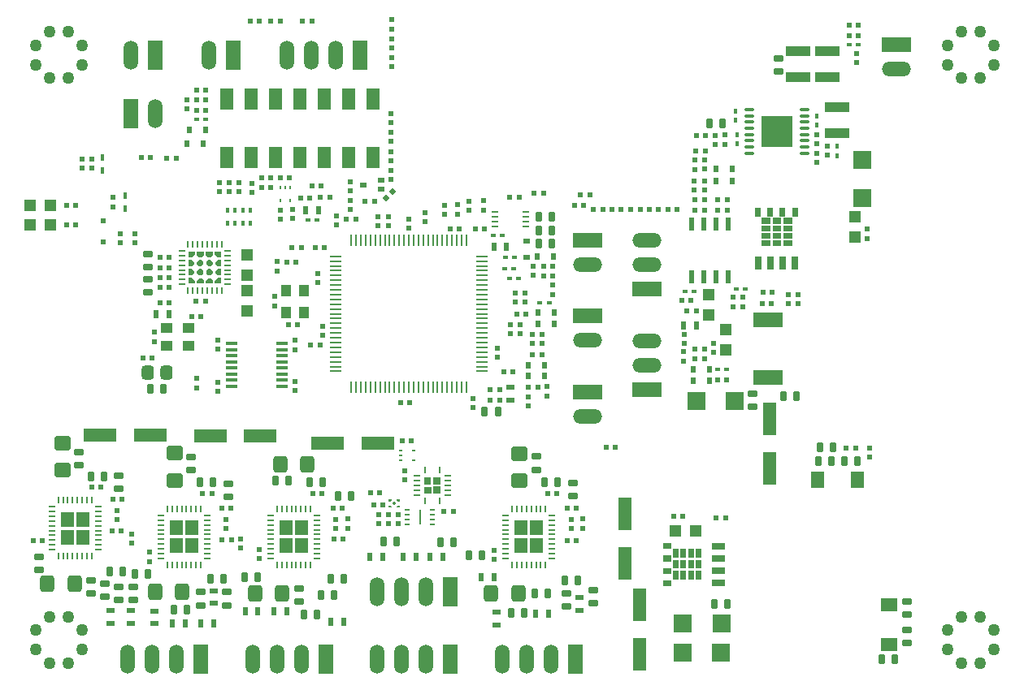
<source format=gtp>
G04*
G04 #@! TF.GenerationSoftware,Altium Limited,Altium Designer,21.0.8 (223)*
G04*
G04 Layer_Color=8421504*
%FSLAX25Y25*%
%MOIN*%
G70*
G04*
G04 #@! TF.SameCoordinates,9996C82E-4A36-4C5B-9496-8E533FBA6DEC*
G04*
G04*
G04 #@! TF.FilePolarity,Positive*
G04*
G01*
G75*
%ADD44O,0.11900X0.05900*%
%ADD45R,0.11900X0.05900*%
%ADD46R,0.05900X0.11900*%
%ADD47O,0.05900X0.11900*%
%ADD48R,0.05276X0.06181*%
%ADD49O,0.04524X0.01375*%
%ADD50R,0.12792X0.12792*%
%ADD51R,0.10036X0.04131*%
%ADD52R,0.01769X0.01965*%
G04:AMPARAMS|DCode=53|XSize=20mil|YSize=22mil|CornerRadius=3.4mil|HoleSize=0mil|Usage=FLASHONLY|Rotation=90.000|XOffset=0mil|YOffset=0mil|HoleType=Round|Shape=RoundedRectangle|*
%AMROUNDEDRECTD53*
21,1,0.02000,0.01520,0,0,90.0*
21,1,0.01320,0.02200,0,0,90.0*
1,1,0.00680,0.00760,0.00660*
1,1,0.00680,0.00760,-0.00660*
1,1,0.00680,-0.00760,-0.00660*
1,1,0.00680,-0.00760,0.00660*
%
%ADD53ROUNDEDRECTD53*%
G04:AMPARAMS|DCode=54|XSize=20mil|YSize=22mil|CornerRadius=3.4mil|HoleSize=0mil|Usage=FLASHONLY|Rotation=0.000|XOffset=0mil|YOffset=0mil|HoleType=Round|Shape=RoundedRectangle|*
%AMROUNDEDRECTD54*
21,1,0.02000,0.01520,0,0,0.0*
21,1,0.01320,0.02200,0,0,0.0*
1,1,0.00680,0.00660,-0.00760*
1,1,0.00680,-0.00660,-0.00760*
1,1,0.00680,-0.00660,0.00760*
1,1,0.00680,0.00660,0.00760*
%
%ADD54ROUNDEDRECTD54*%
G04:AMPARAMS|DCode=55|XSize=27.13mil|YSize=37.37mil|CornerRadius=4.83mil|HoleSize=0mil|Usage=FLASHONLY|Rotation=90.000|XOffset=0mil|YOffset=0mil|HoleType=Round|Shape=RoundedRectangle|*
%AMROUNDEDRECTD55*
21,1,0.02713,0.02772,0,0,90.0*
21,1,0.01748,0.03737,0,0,90.0*
1,1,0.00965,0.01386,0.00874*
1,1,0.00965,0.01386,-0.00874*
1,1,0.00965,-0.01386,-0.00874*
1,1,0.00965,-0.01386,0.00874*
%
%ADD55ROUNDEDRECTD55*%
G04:AMPARAMS|DCode=56|XSize=27.13mil|YSize=37.37mil|CornerRadius=4.83mil|HoleSize=0mil|Usage=FLASHONLY|Rotation=0.000|XOffset=0mil|YOffset=0mil|HoleType=Round|Shape=RoundedRectangle|*
%AMROUNDEDRECTD56*
21,1,0.02713,0.02772,0,0,0.0*
21,1,0.01748,0.03737,0,0,0.0*
1,1,0.00965,0.00874,-0.01386*
1,1,0.00965,-0.00874,-0.01386*
1,1,0.00965,-0.00874,0.01386*
1,1,0.00965,0.00874,0.01386*
%
%ADD56ROUNDEDRECTD56*%
%ADD57R,0.01965X0.01769*%
%ADD58R,0.02438X0.03265*%
%ADD59R,0.02600X0.05400*%
%ADD60R,0.05400X0.02600*%
G04:AMPARAMS|DCode=61|XSize=20mil|YSize=22mil|CornerRadius=3.4mil|HoleSize=0mil|Usage=FLASHONLY|Rotation=225.000|XOffset=0mil|YOffset=0mil|HoleType=Round|Shape=RoundedRectangle|*
%AMROUNDEDRECTD61*
21,1,0.02000,0.01520,0,0,225.0*
21,1,0.01320,0.02200,0,0,225.0*
1,1,0.00680,-0.01004,0.00071*
1,1,0.00680,-0.00071,0.01004*
1,1,0.00680,0.01004,-0.00071*
1,1,0.00680,0.00071,-0.01004*
%
%ADD61ROUNDEDRECTD61*%
%ADD62R,0.05706X0.08973*%
%ADD63R,0.02950X0.00965*%
%ADD64R,0.05233X0.06887*%
%ADD65R,0.01800X0.02600*%
%ADD66R,0.04800X0.01300*%
%ADD67R,0.07700X0.07700*%
%ADD68R,0.12400X0.06100*%
G04:AMPARAMS|DCode=69|XSize=50mil|YSize=58mil|CornerRadius=12mil|HoleSize=0mil|Usage=FLASHONLY|Rotation=180.000|XOffset=0mil|YOffset=0mil|HoleType=Round|Shape=RoundedRectangle|*
%AMROUNDEDRECTD69*
21,1,0.05000,0.03400,0,0,180.0*
21,1,0.02600,0.05800,0,0,180.0*
1,1,0.02400,-0.01300,0.01700*
1,1,0.02400,0.01300,0.01700*
1,1,0.02400,0.01300,-0.01700*
1,1,0.02400,-0.01300,-0.01700*
%
%ADD69ROUNDEDRECTD69*%
%ADD70R,0.05000X0.04000*%
%ADD71R,0.01800X0.02400*%
%ADD72O,0.00784X0.04918*%
%ADD73O,0.04918X0.00784*%
%ADD74R,0.02200X0.02200*%
%ADD75C,0.05000*%
G04:AMPARAMS|DCode=76|XSize=61mil|YSize=69mil|CornerRadius=14.75mil|HoleSize=0mil|Usage=FLASHONLY|Rotation=90.000|XOffset=0mil|YOffset=0mil|HoleType=Round|Shape=RoundedRectangle|*
%AMROUNDEDRECTD76*
21,1,0.06100,0.03950,0,0,90.0*
21,1,0.03150,0.06900,0,0,90.0*
1,1,0.02950,0.01975,0.01575*
1,1,0.02950,0.01975,-0.01575*
1,1,0.02950,-0.01975,-0.01575*
1,1,0.02950,-0.01975,0.01575*
%
%ADD76ROUNDEDRECTD76*%
%ADD77R,0.13186X0.05312*%
%ADD78R,0.02200X0.05800*%
%ADD79R,0.04600X0.04600*%
%ADD80O,0.00784X0.03147*%
%ADD81O,0.03147X0.00784*%
G04:AMPARAMS|DCode=82|XSize=9.02mil|YSize=29.5mil|CornerRadius=3.41mil|HoleSize=0mil|Usage=FLASHONLY|Rotation=180.000|XOffset=0mil|YOffset=0mil|HoleType=Round|Shape=RoundedRectangle|*
%AMROUNDEDRECTD82*
21,1,0.00902,0.02268,0,0,180.0*
21,1,0.00221,0.02950,0,0,180.0*
1,1,0.00682,-0.00110,0.01134*
1,1,0.00682,0.00110,0.01134*
1,1,0.00682,0.00110,-0.01134*
1,1,0.00682,-0.00110,-0.01134*
%
%ADD82ROUNDEDRECTD82*%
G04:AMPARAMS|DCode=83|XSize=9.02mil|YSize=29.5mil|CornerRadius=3.41mil|HoleSize=0mil|Usage=FLASHONLY|Rotation=270.000|XOffset=0mil|YOffset=0mil|HoleType=Round|Shape=RoundedRectangle|*
%AMROUNDEDRECTD83*
21,1,0.00902,0.02268,0,0,270.0*
21,1,0.00221,0.02950,0,0,270.0*
1,1,0.00682,-0.01134,-0.00110*
1,1,0.00682,-0.01134,0.00110*
1,1,0.00682,0.01134,0.00110*
1,1,0.00682,0.01134,-0.00110*
%
%ADD83ROUNDEDRECTD83*%
%ADD84R,0.02162X0.02950*%
%ADD85R,0.02950X0.01965*%
%ADD86R,0.01965X0.00784*%
%ADD87R,0.00587X0.06099*%
%ADD88R,0.01572X0.00981*%
%ADD89O,0.00902X0.02950*%
%ADD90O,0.02950X0.00902*%
%ADD91P,0.01849X4X180.0*%
%ADD92R,0.00981X0.01572*%
%ADD93R,0.03265X0.02438*%
%ADD94R,0.05312X0.13186*%
G04:AMPARAMS|DCode=95|XSize=61mil|YSize=69mil|CornerRadius=14.75mil|HoleSize=0mil|Usage=FLASHONLY|Rotation=180.000|XOffset=0mil|YOffset=0mil|HoleType=Round|Shape=RoundedRectangle|*
%AMROUNDEDRECTD95*
21,1,0.06100,0.03950,0,0,180.0*
21,1,0.03150,0.06900,0,0,180.0*
1,1,0.02950,-0.01575,0.01975*
1,1,0.02950,0.01575,0.01975*
1,1,0.02950,0.01575,-0.01975*
1,1,0.02950,-0.01575,-0.01975*
%
%ADD95ROUNDEDRECTD95*%
%ADD96R,0.04600X0.04600*%
%ADD97R,0.02950X0.02162*%
%ADD98R,0.07700X0.07700*%
%ADD99R,0.04000X0.05000*%
%ADD100R,0.06887X0.05233*%
G36*
X82906Y177884D02*
X81915Y176909D01*
X81098D01*
X80150Y177842D01*
Y179172D01*
X82906D01*
Y177884D01*
D02*
G37*
G36*
X79165D02*
X78175Y176909D01*
X77358D01*
X76410Y177842D01*
Y179172D01*
X79165D01*
Y177884D01*
D02*
G37*
G36*
X86252Y176712D02*
X85071D01*
X83791Y177991D01*
Y179172D01*
X86252D01*
Y176712D01*
D02*
G37*
G36*
X75524Y177991D02*
X74244Y176712D01*
X73063D01*
Y179172D01*
X75524D01*
Y177991D01*
D02*
G37*
G36*
X79067Y174940D02*
Y173956D01*
X78280Y173169D01*
X77295D01*
X76410Y174054D01*
Y174842D01*
X77394Y175826D01*
X78181D01*
X79067Y174940D01*
D02*
G37*
G36*
X86252Y173070D02*
X84963D01*
X83988Y174061D01*
Y174878D01*
X84921Y175826D01*
X86252D01*
Y173070D01*
D02*
G37*
G36*
X82906Y174842D02*
Y174054D01*
X81921Y173070D01*
X81134D01*
X80248Y173956D01*
Y174940D01*
X81035Y175728D01*
X82020D01*
X82906Y174842D01*
D02*
G37*
G36*
X75327Y174842D02*
Y173956D01*
X74441Y173070D01*
X73063D01*
Y175826D01*
X74343D01*
X75327Y174842D01*
D02*
G37*
G36*
X79067Y171200D02*
Y170216D01*
X78280Y169428D01*
X77295D01*
X76410Y170314D01*
Y171102D01*
X77394Y172086D01*
X78181D01*
X79067Y171200D01*
D02*
G37*
G36*
X86252Y169330D02*
X84972D01*
X83988Y170314D01*
Y171200D01*
X84874Y172086D01*
X86252D01*
Y169330D01*
D02*
G37*
G36*
X82906Y171102D02*
Y170314D01*
X81921Y169330D01*
X81134D01*
X80248Y170216D01*
Y171200D01*
X81035Y171987D01*
X82020D01*
X82906Y171102D01*
D02*
G37*
G36*
X75327Y171095D02*
Y170278D01*
X74394Y169330D01*
X73063D01*
Y172086D01*
X74352D01*
X75327Y171095D01*
D02*
G37*
G36*
X86252Y165983D02*
X83791D01*
Y167165D01*
X85071Y168444D01*
X86252D01*
Y165983D01*
D02*
G37*
G36*
X82906Y167314D02*
Y165983D01*
X80150D01*
Y167272D01*
X81140Y168247D01*
X81958D01*
X82906Y167314D01*
D02*
G37*
G36*
X79165D02*
Y165983D01*
X76410D01*
Y167272D01*
X77400Y168247D01*
X78217D01*
X79165Y167314D01*
D02*
G37*
G36*
X75524Y167165D02*
Y165983D01*
X73063D01*
Y168444D01*
X74244D01*
X75524Y167165D01*
D02*
G37*
G36*
X176240Y83543D02*
X173366D01*
Y86378D01*
X176240D01*
Y83543D01*
D02*
G37*
G36*
X172461Y83504D02*
X169626D01*
Y86378D01*
X172461D01*
Y83504D01*
D02*
G37*
G36*
X176240Y79764D02*
X173406D01*
Y82638D01*
X176240D01*
Y79764D01*
D02*
G37*
G36*
X172500D02*
X169626D01*
Y82598D01*
X172500D01*
Y79764D01*
D02*
G37*
G36*
X159624Y76576D02*
X158701Y76576D01*
X158210Y77067D01*
X158210Y77400D01*
X159624D01*
Y76576D01*
D02*
G37*
G36*
X156357Y77067D02*
X155866Y76576D01*
X154943Y76576D01*
Y77400D01*
X156357D01*
X156357Y77067D01*
D02*
G37*
G36*
X159624Y73978D02*
X158210D01*
X158210Y74311D01*
X158701Y74801D01*
X159624Y74802D01*
Y73978D01*
D02*
G37*
G36*
X155866Y74801D02*
X156357Y74311D01*
X156357Y73978D01*
X154943D01*
Y74802D01*
X155866Y74801D01*
D02*
G37*
G36*
X271058Y57045D02*
X267514D01*
Y59407D01*
X271058D01*
Y57045D01*
D02*
G37*
G36*
Y51927D02*
X267514D01*
Y54289D01*
X271058D01*
Y51927D01*
D02*
G37*
G36*
Y46907D02*
X267514D01*
Y49269D01*
X271058D01*
Y46907D01*
D02*
G37*
G36*
Y41789D02*
X267514D01*
Y44151D01*
X271058D01*
Y41789D01*
D02*
G37*
G36*
X322932Y193536D02*
X320570D01*
Y197080D01*
X322932D01*
Y193536D01*
D02*
G37*
G36*
X317814D02*
X315452D01*
Y197080D01*
X317814D01*
Y193536D01*
D02*
G37*
G36*
X312794D02*
X310432D01*
Y197080D01*
X312794D01*
Y193536D01*
D02*
G37*
G36*
X307676D02*
X305314D01*
Y197080D01*
X307676D01*
Y193536D01*
D02*
G37*
G36*
X320570Y190584D02*
X317027D01*
Y192946D01*
X320570D01*
Y190584D01*
D02*
G37*
G36*
X316042D02*
X312499D01*
Y192946D01*
X316042D01*
Y190584D01*
D02*
G37*
G36*
X311515D02*
X307972D01*
Y192946D01*
X311515D01*
Y190584D01*
D02*
G37*
G36*
X320570Y187532D02*
X317027D01*
Y189894D01*
X320570D01*
Y187532D01*
D02*
G37*
G36*
X316042D02*
X312499D01*
Y189894D01*
X316042D01*
Y187532D01*
D02*
G37*
G36*
X311515D02*
X307972D01*
Y189894D01*
X311515D01*
Y187532D01*
D02*
G37*
G36*
X320570Y184383D02*
X317027D01*
Y186745D01*
X320570D01*
Y184383D01*
D02*
G37*
G36*
X316042D02*
X312499D01*
Y186745D01*
X316042D01*
Y184383D01*
D02*
G37*
G36*
X311515D02*
X307972D01*
Y186745D01*
X311515D01*
Y184383D01*
D02*
G37*
G36*
X320570Y181332D02*
X317027D01*
Y183694D01*
X320570D01*
Y181332D01*
D02*
G37*
G36*
X316042D02*
X312499D01*
Y183694D01*
X316042D01*
Y181332D01*
D02*
G37*
G36*
X311515D02*
X307972D01*
Y183694D01*
X311515D01*
Y181332D01*
D02*
G37*
G36*
X283262Y53501D02*
X280900D01*
Y57045D01*
X283262D01*
Y53501D01*
D02*
G37*
G36*
X280211D02*
X277849D01*
Y57045D01*
X280211D01*
Y53501D01*
D02*
G37*
G36*
X277061D02*
X274699D01*
Y57045D01*
X277061D01*
Y53501D01*
D02*
G37*
G36*
X274010D02*
X271648D01*
Y57045D01*
X274010D01*
Y53501D01*
D02*
G37*
G36*
X283262Y48974D02*
X280900D01*
Y52517D01*
X283262D01*
Y48974D01*
D02*
G37*
G36*
X280211D02*
X277849D01*
Y52517D01*
X280211D01*
Y48974D01*
D02*
G37*
G36*
X277061D02*
X274699D01*
Y52517D01*
X277061D01*
Y48974D01*
D02*
G37*
G36*
X274010D02*
X271648D01*
Y52517D01*
X274010D01*
Y48974D01*
D02*
G37*
G36*
X283262Y44446D02*
X280900D01*
Y47990D01*
X283262D01*
Y44446D01*
D02*
G37*
G36*
X280211D02*
X277849D01*
Y47990D01*
X280211D01*
Y44446D01*
D02*
G37*
G36*
X277061D02*
X274699D01*
Y47990D01*
X277061D01*
Y44446D01*
D02*
G37*
G36*
X274010D02*
X271648D01*
Y47990D01*
X274010D01*
Y44446D01*
D02*
G37*
G54D44*
X260958Y142278D02*
D03*
Y132278D02*
D03*
X236697Y173743D02*
D03*
Y142641D02*
D03*
Y111539D02*
D03*
X363158Y254178D02*
D03*
X261057Y173678D02*
D03*
Y183678D02*
D03*
G54D45*
X260958Y122278D02*
D03*
X236697Y183743D02*
D03*
Y152641D02*
D03*
Y121539D02*
D03*
X363158Y264178D02*
D03*
X261057Y163678D02*
D03*
G54D46*
X91483Y259803D02*
D03*
X143278Y259846D02*
D03*
X78083Y11803D02*
D03*
X129264D02*
D03*
X180445Y39362D02*
D03*
Y11803D02*
D03*
X231665Y11842D02*
D03*
X49383Y235703D02*
D03*
X59383Y259803D02*
D03*
G54D47*
X81483D02*
D03*
X113278Y259846D02*
D03*
X123278D02*
D03*
X133278D02*
D03*
X68083Y11803D02*
D03*
X58083D02*
D03*
X48083D02*
D03*
X119264D02*
D03*
X109264D02*
D03*
X99264D02*
D03*
X170445Y39362D02*
D03*
X160445D02*
D03*
X150445D02*
D03*
X170445Y11803D02*
D03*
X160445D02*
D03*
X150445D02*
D03*
X221665Y11842D02*
D03*
X211665D02*
D03*
X201665D02*
D03*
X59383Y235703D02*
D03*
X49383Y259803D02*
D03*
G54D48*
X209325Y58300D02*
D03*
X215787Y65668D02*
D03*
X209329Y65665D02*
D03*
X215786Y58299D02*
D03*
X29648Y61899D02*
D03*
X23191Y69265D02*
D03*
X29649Y69268D02*
D03*
X23187Y61900D02*
D03*
X74386Y58299D02*
D03*
X67929Y65665D02*
D03*
X74387Y65668D02*
D03*
X67925Y58300D02*
D03*
X119386Y58299D02*
D03*
X112929Y65665D02*
D03*
X119387Y65668D02*
D03*
X112925Y58300D02*
D03*
G54D49*
X303112Y237435D02*
D03*
Y234876D02*
D03*
Y232316D02*
D03*
Y229757D02*
D03*
Y227198D02*
D03*
Y224639D02*
D03*
Y222080D02*
D03*
Y219521D02*
D03*
X325553Y237435D02*
D03*
Y234876D02*
D03*
Y232316D02*
D03*
Y229757D02*
D03*
Y227198D02*
D03*
Y224639D02*
D03*
Y222080D02*
D03*
Y219521D02*
D03*
G54D50*
X314332Y228478D02*
D03*
G54D51*
X339100Y227685D02*
D03*
Y238315D02*
D03*
X334900Y261415D02*
D03*
Y250785D02*
D03*
X323100Y261415D02*
D03*
Y250785D02*
D03*
G54D52*
X298100Y223430D02*
D03*
Y227200D02*
D03*
X330500Y234770D02*
D03*
Y231000D02*
D03*
X297358Y232973D02*
D03*
Y236742D02*
D03*
X339100Y222373D02*
D03*
Y218603D02*
D03*
G54D53*
X293100Y227000D02*
D03*
Y223210D02*
D03*
X330600Y227090D02*
D03*
Y223300D02*
D03*
X334900Y222400D02*
D03*
Y218610D02*
D03*
X330700Y219400D02*
D03*
Y215610D02*
D03*
X289035Y223003D02*
D03*
Y226793D02*
D03*
X194118Y199964D02*
D03*
Y196175D02*
D03*
X93683Y207573D02*
D03*
Y203833D02*
D03*
X89583Y207573D02*
D03*
Y203833D02*
D03*
X159153Y67421D02*
D03*
Y71161D02*
D03*
X155118Y67421D02*
D03*
Y71161D02*
D03*
X151083Y67421D02*
D03*
Y71161D02*
D03*
X115650Y192776D02*
D03*
Y196516D02*
D03*
X276181Y141280D02*
D03*
Y145020D02*
D03*
X43758Y72848D02*
D03*
Y69108D02*
D03*
X84925Y142818D02*
D03*
Y139078D02*
D03*
X116717Y142660D02*
D03*
Y138920D02*
D03*
X116815Y122143D02*
D03*
Y125883D02*
D03*
X85024Y121854D02*
D03*
Y125594D02*
D03*
X101957Y53008D02*
D03*
Y56748D02*
D03*
X45110Y182708D02*
D03*
Y186448D02*
D03*
X108458Y160648D02*
D03*
Y156908D02*
D03*
X56858Y51908D02*
D03*
Y55648D02*
D03*
X169961Y191319D02*
D03*
Y195059D02*
D03*
X88358Y69148D02*
D03*
Y65408D02*
D03*
X133358Y69248D02*
D03*
Y65508D02*
D03*
X156265Y262846D02*
D03*
Y266586D02*
D03*
X284510Y216683D02*
D03*
Y212943D02*
D03*
X198357Y52808D02*
D03*
Y56548D02*
D03*
X229857Y69248D02*
D03*
Y65508D02*
D03*
X189606Y118780D02*
D03*
Y115040D02*
D03*
X58957Y142208D02*
D03*
Y145948D02*
D03*
X109291Y171201D02*
D03*
Y174941D02*
D03*
X126060Y170139D02*
D03*
Y166399D02*
D03*
X199657Y135735D02*
D03*
Y139475D02*
D03*
X29357Y217248D02*
D03*
Y213508D02*
D03*
X352383Y98403D02*
D03*
Y94613D02*
D03*
X99083Y207103D02*
D03*
Y203313D02*
D03*
X85583Y207603D02*
D03*
Y203813D02*
D03*
X51110Y182679D02*
D03*
Y186469D02*
D03*
X72183Y237703D02*
D03*
Y241493D02*
D03*
X347087Y260561D02*
D03*
Y256772D02*
D03*
X163268Y192569D02*
D03*
Y188779D02*
D03*
X76183Y123203D02*
D03*
Y126993D02*
D03*
X351383Y188303D02*
D03*
Y184513D02*
D03*
X41955Y201389D02*
D03*
Y197599D02*
D03*
X33457Y213478D02*
D03*
Y217268D02*
D03*
X280510Y212913D02*
D03*
Y216702D02*
D03*
X150787Y189635D02*
D03*
Y193425D02*
D03*
X280461Y204462D02*
D03*
Y208252D02*
D03*
X284561D02*
D03*
Y204462D02*
D03*
X110728Y196191D02*
D03*
Y192402D02*
D03*
X234658Y69278D02*
D03*
Y65488D02*
D03*
X49558Y63178D02*
D03*
Y59388D02*
D03*
X138157Y69278D02*
D03*
Y65488D02*
D03*
X94458Y61178D02*
D03*
Y57388D02*
D03*
X177957Y198178D02*
D03*
Y194388D02*
D03*
X183403Y198278D02*
D03*
Y194488D02*
D03*
X188119Y199932D02*
D03*
Y196142D02*
D03*
X154823Y189635D02*
D03*
Y193425D02*
D03*
X318983Y157803D02*
D03*
Y161593D02*
D03*
X323083Y157803D02*
D03*
Y161593D02*
D03*
X288357Y137678D02*
D03*
Y141468D02*
D03*
X156024Y216328D02*
D03*
Y220118D02*
D03*
Y235916D02*
D03*
Y232126D02*
D03*
X156102Y228239D02*
D03*
Y224449D02*
D03*
X139409Y200128D02*
D03*
Y196339D02*
D03*
Y207805D02*
D03*
Y204016D02*
D03*
X133543Y193790D02*
D03*
Y190000D02*
D03*
X156260Y258869D02*
D03*
Y255079D02*
D03*
X156181Y270580D02*
D03*
Y274370D02*
D03*
X218057Y145178D02*
D03*
Y141388D02*
D03*
X213958Y145178D02*
D03*
Y141388D02*
D03*
X212357Y115778D02*
D03*
Y119568D02*
D03*
X214357Y169378D02*
D03*
Y173168D02*
D03*
X275925Y134163D02*
D03*
Y137953D02*
D03*
X222220Y161525D02*
D03*
Y165315D02*
D03*
X219921Y123632D02*
D03*
Y119843D02*
D03*
X127855Y144714D02*
D03*
Y148504D02*
D03*
X156004Y208631D02*
D03*
Y212421D02*
D03*
X161713Y85403D02*
D03*
Y89193D02*
D03*
G54D54*
X284850Y220503D02*
D03*
X281060D02*
D03*
X285000Y226900D02*
D03*
X281210D02*
D03*
X208508Y201279D02*
D03*
X204718D02*
D03*
X214724Y203189D02*
D03*
X218514D02*
D03*
X103013Y209303D02*
D03*
X106753D02*
D03*
X177756Y72342D02*
D03*
X181496D02*
D03*
X160630Y101378D02*
D03*
X164370D02*
D03*
X149016Y75197D02*
D03*
X152756D02*
D03*
X98364Y273828D02*
D03*
X102104D02*
D03*
X53588Y217928D02*
D03*
X57328D02*
D03*
X45428Y64578D02*
D03*
X41688D02*
D03*
X9206Y60302D02*
D03*
X12946D02*
D03*
X36928Y82278D02*
D03*
X33187D02*
D03*
X41987Y77378D02*
D03*
X45728D02*
D03*
X312106Y157677D02*
D03*
X308366D02*
D03*
X232028Y60578D02*
D03*
X228288D02*
D03*
X65027Y158078D02*
D03*
X61287D02*
D03*
X223927Y79778D02*
D03*
X220187D02*
D03*
X136427Y60978D02*
D03*
X132687D02*
D03*
X90527Y60778D02*
D03*
X86787D02*
D03*
X117620Y149098D02*
D03*
X113880D02*
D03*
X127628Y79678D02*
D03*
X123888D02*
D03*
X82528D02*
D03*
X78787D02*
D03*
X258169Y196378D02*
D03*
X254429D02*
D03*
X228187Y73878D02*
D03*
X231927D02*
D03*
X132387D02*
D03*
X136127D02*
D03*
X86725Y73778D02*
D03*
X90465D02*
D03*
X244187Y98778D02*
D03*
X247927D02*
D03*
X65027Y176878D02*
D03*
X61287D02*
D03*
X65027Y164478D02*
D03*
X61287D02*
D03*
X79893Y158757D02*
D03*
X76153D02*
D03*
X74287Y152278D02*
D03*
X78027D02*
D03*
X54287Y135578D02*
D03*
X58027D02*
D03*
X160039Y117126D02*
D03*
X163779D02*
D03*
X207087Y162078D02*
D03*
X210827D02*
D03*
X117058Y174865D02*
D03*
X113268D02*
D03*
X151408Y80118D02*
D03*
X147618D02*
D03*
X106783Y205403D02*
D03*
X102993D02*
D03*
X26683Y198078D02*
D03*
X22893D02*
D03*
X67883Y217503D02*
D03*
X64093D02*
D03*
X347758Y267923D02*
D03*
X343968D02*
D03*
X76283Y245503D02*
D03*
X80072D02*
D03*
X76283Y241403D02*
D03*
X80072D02*
D03*
X80083Y237203D02*
D03*
X76293D02*
D03*
X293158Y69678D02*
D03*
X289368D02*
D03*
X271858Y70278D02*
D03*
X275647D02*
D03*
X26658Y189978D02*
D03*
X22868D02*
D03*
X65057Y172578D02*
D03*
X61268D02*
D03*
X65057Y168478D02*
D03*
X61268D02*
D03*
X180285Y188484D02*
D03*
X184075D02*
D03*
X114483Y209303D02*
D03*
X110693D02*
D03*
X127294Y206004D02*
D03*
X123504D02*
D03*
X118957Y201178D02*
D03*
X122747D02*
D03*
X130837Y201339D02*
D03*
X127047D02*
D03*
X343927Y272047D02*
D03*
X347717D02*
D03*
X300257Y156478D02*
D03*
X296468D02*
D03*
X312457Y162278D02*
D03*
X308668D02*
D03*
X300257Y160378D02*
D03*
X296468D02*
D03*
X284583Y196003D02*
D03*
X280793D02*
D03*
X293883D02*
D03*
X290093D02*
D03*
X280783Y200303D02*
D03*
X284573D02*
D03*
X290083D02*
D03*
X293872D02*
D03*
X281183Y154903D02*
D03*
X277393D02*
D03*
X289957Y126378D02*
D03*
X293747D02*
D03*
X280757Y135178D02*
D03*
X284547D02*
D03*
X284558Y139178D02*
D03*
X280768D02*
D03*
X110522Y273819D02*
D03*
X106732D02*
D03*
X123593D02*
D03*
X119803D02*
D03*
X128647Y180878D02*
D03*
X124857D02*
D03*
X119247D02*
D03*
X115457D02*
D03*
X137765Y192520D02*
D03*
X141555D02*
D03*
X235128Y198110D02*
D03*
X231339D02*
D03*
X217858Y136878D02*
D03*
X214068D02*
D03*
X218558Y172945D02*
D03*
X222347D02*
D03*
X200531Y118199D02*
D03*
X196741D02*
D03*
X208857Y145328D02*
D03*
X205068D02*
D03*
X190574Y188508D02*
D03*
X194364D02*
D03*
X206058Y129728D02*
D03*
X202268D02*
D03*
X208857Y149228D02*
D03*
X205068D02*
D03*
X216158Y123578D02*
D03*
X212368D02*
D03*
X207057Y158278D02*
D03*
X210847D02*
D03*
X218558Y169060D02*
D03*
X222347D02*
D03*
X196757Y122378D02*
D03*
X200547D02*
D03*
X211357Y153278D02*
D03*
X207568D02*
D03*
X275265Y159038D02*
D03*
X279055D02*
D03*
X269557Y196378D02*
D03*
X273346D02*
D03*
X262010D02*
D03*
X265800D02*
D03*
X246683D02*
D03*
X250472D02*
D03*
X237609Y202284D02*
D03*
X233819D02*
D03*
X242834Y196299D02*
D03*
X239044D02*
D03*
X126821Y140630D02*
D03*
X123031D02*
D03*
X149242Y199902D02*
D03*
X145453D02*
D03*
X342783Y98503D02*
D03*
X346572D02*
D03*
G54D55*
X314900Y258377D02*
D03*
Y253023D02*
D03*
X56157Y167755D02*
D03*
Y162401D02*
D03*
X44357Y87255D02*
D03*
Y81901D02*
D03*
X215558Y94955D02*
D03*
Y89601D02*
D03*
X227857Y38678D02*
D03*
Y33324D02*
D03*
X239057Y40055D02*
D03*
Y34701D02*
D03*
X230658Y84255D02*
D03*
Y78901D02*
D03*
X118283Y35526D02*
D03*
Y40880D02*
D03*
X77983Y33926D02*
D03*
Y39280D02*
D03*
X73958Y94855D02*
D03*
Y89501D02*
D03*
X88783Y33926D02*
D03*
Y39280D02*
D03*
X89258Y83855D02*
D03*
Y78501D02*
D03*
X304358Y120655D02*
D03*
Y115301D02*
D03*
X32958Y44155D02*
D03*
Y38801D02*
D03*
X11499Y48505D02*
D03*
Y53860D02*
D03*
X38658Y37401D02*
D03*
Y42755D02*
D03*
X27957Y96755D02*
D03*
Y91401D02*
D03*
X44408Y36024D02*
D03*
Y41378D02*
D03*
X50208Y41355D02*
D03*
Y36001D02*
D03*
X56158Y172900D02*
D03*
Y178255D02*
D03*
X367758Y35455D02*
D03*
Y30101D02*
D03*
Y23655D02*
D03*
Y18301D02*
D03*
G54D56*
X292135Y231742D02*
D03*
X286781D02*
D03*
X221895Y182278D02*
D03*
X216541D02*
D03*
X222008Y193504D02*
D03*
X216653D02*
D03*
X221895Y187828D02*
D03*
X216541D02*
D03*
X57430Y122678D02*
D03*
X62785D02*
D03*
X288580Y34378D02*
D03*
X293935D02*
D03*
X214880Y38878D02*
D03*
X220235D02*
D03*
X193335Y54278D02*
D03*
X187980D02*
D03*
X210635Y30678D02*
D03*
X205280D02*
D03*
X224235Y84478D02*
D03*
X218880D02*
D03*
X227280Y44078D02*
D03*
X232635D02*
D03*
X96080Y45478D02*
D03*
X101435D02*
D03*
X127180Y38178D02*
D03*
X132535D02*
D03*
X108780Y85078D02*
D03*
X114135D02*
D03*
X158287Y60138D02*
D03*
X152933D02*
D03*
X181635Y59678D02*
D03*
X176280D02*
D03*
X134180Y78678D02*
D03*
X139535D02*
D03*
X122580Y84378D02*
D03*
X127935D02*
D03*
X136635Y44778D02*
D03*
X131280D02*
D03*
X77680Y84378D02*
D03*
X83035D02*
D03*
X87435Y44678D02*
D03*
X82080D02*
D03*
X72435Y31978D02*
D03*
X67080D02*
D03*
X56360Y46903D02*
D03*
X51006D02*
D03*
X120280Y30178D02*
D03*
X125635D02*
D03*
X332131Y98928D02*
D03*
X337485D02*
D03*
X331380Y93178D02*
D03*
X336735D02*
D03*
X342080D02*
D03*
X347435D02*
D03*
X322435Y119678D02*
D03*
X317080D02*
D03*
X33080Y86878D02*
D03*
X38435D02*
D03*
X46035Y47878D02*
D03*
X40680D02*
D03*
X199823Y113386D02*
D03*
X194468D02*
D03*
X362735Y11778D02*
D03*
X357380D02*
D03*
G54D57*
X197832Y185681D02*
D03*
X201572D02*
D03*
X202661Y172129D02*
D03*
X206432D02*
D03*
X202888Y176794D02*
D03*
X206658D02*
D03*
X293727Y130678D02*
D03*
X289957D02*
D03*
X220846Y158071D02*
D03*
X217076D02*
D03*
X204512Y168192D02*
D03*
X208282D02*
D03*
X80053Y233403D02*
D03*
X76313D02*
D03*
X121987Y192032D02*
D03*
X125728D02*
D03*
X297713Y163903D02*
D03*
X301483D02*
D03*
X280353Y162803D02*
D03*
X276613D02*
D03*
X347697Y264213D02*
D03*
X343957D02*
D03*
G54D58*
X203445Y181220D02*
D03*
X198209D02*
D03*
X64976Y153478D02*
D03*
X59739D02*
D03*
X275925Y148819D02*
D03*
X281161D02*
D03*
X215439Y30278D02*
D03*
X220676D02*
D03*
X171939Y53778D02*
D03*
X177176D02*
D03*
X161039D02*
D03*
X166276D02*
D03*
X147339D02*
D03*
X152576D02*
D03*
X126276Y196032D02*
D03*
X121039D02*
D03*
X113201Y31403D02*
D03*
X107965D02*
D03*
X198376Y45578D02*
D03*
X193139D02*
D03*
X66465Y26603D02*
D03*
X71701D02*
D03*
X78065Y26503D02*
D03*
X83301D02*
D03*
X96165Y31403D02*
D03*
X101401D02*
D03*
X131465Y27003D02*
D03*
X136701D02*
D03*
G54D59*
X306771Y174314D02*
D03*
X311771D02*
D03*
X316771D02*
D03*
X321771D02*
D03*
G54D60*
X290280Y43246D02*
D03*
Y48246D02*
D03*
Y53246D02*
D03*
Y58246D02*
D03*
G54D61*
X154070Y201117D02*
D03*
X156750Y203797D02*
D03*
G54D62*
X88583Y217854D02*
D03*
Y241752D02*
D03*
X98583Y217854D02*
D03*
Y241752D02*
D03*
X108583Y217854D02*
D03*
Y241752D02*
D03*
X118583Y217854D02*
D03*
Y241752D02*
D03*
X128583Y217854D02*
D03*
Y241752D02*
D03*
X138583Y217854D02*
D03*
Y241752D02*
D03*
X148583Y217854D02*
D03*
Y241752D02*
D03*
G54D63*
X198804Y195484D02*
D03*
Y193516D02*
D03*
Y191547D02*
D03*
Y189579D02*
D03*
X211403Y195484D02*
D03*
Y193516D02*
D03*
Y191547D02*
D03*
Y189579D02*
D03*
G54D64*
X331147Y85378D02*
D03*
X347368D02*
D03*
G54D65*
X37657Y212422D02*
D03*
Y217934D02*
D03*
X46975Y202147D02*
D03*
Y196635D02*
D03*
G54D66*
X111170Y141332D02*
D03*
Y138832D02*
D03*
X90634Y123782D02*
D03*
X111170Y126282D02*
D03*
X90634D02*
D03*
Y131282D02*
D03*
X111170Y123782D02*
D03*
X90634Y128782D02*
D03*
X111170D02*
D03*
X111170Y131282D02*
D03*
X111170Y136332D02*
D03*
X90634Y133832D02*
D03*
Y136332D02*
D03*
Y141332D02*
D03*
X111170Y133832D02*
D03*
X90634Y138832D02*
D03*
G54D67*
X296932Y117878D02*
D03*
X281157D02*
D03*
X275729Y26346D02*
D03*
X291503D02*
D03*
X291413Y14361D02*
D03*
X275639D02*
D03*
G54D68*
X310591Y127386D02*
D03*
Y151097D02*
D03*
G54D69*
X56358Y129578D02*
D03*
X63898D02*
D03*
G54D70*
X63930Y140436D02*
D03*
X73058D02*
D03*
Y147778D02*
D03*
X63930D02*
D03*
G54D71*
X98409Y190807D02*
D03*
X95260D02*
D03*
X92085D02*
D03*
X88885D02*
D03*
Y196165D02*
D03*
X92085D02*
D03*
X95260D02*
D03*
X98409D02*
D03*
G54D72*
X186958Y183696D02*
D03*
X184990D02*
D03*
X183021D02*
D03*
X181053D02*
D03*
X179084D02*
D03*
X177116D02*
D03*
X175147D02*
D03*
X173179D02*
D03*
X171210D02*
D03*
X169242D02*
D03*
X167273D02*
D03*
X165305D02*
D03*
X163336D02*
D03*
X161368D02*
D03*
X159399D02*
D03*
X157431D02*
D03*
X155462D02*
D03*
X153494D02*
D03*
X151525D02*
D03*
X149557D02*
D03*
X147588D02*
D03*
X145620D02*
D03*
X143651D02*
D03*
X141683D02*
D03*
X139714D02*
D03*
Y123460D02*
D03*
X141683D02*
D03*
X143651D02*
D03*
X145620D02*
D03*
X147588D02*
D03*
X149557D02*
D03*
X151525D02*
D03*
X153494D02*
D03*
X155462D02*
D03*
X157431D02*
D03*
X159399D02*
D03*
X161368D02*
D03*
X163336D02*
D03*
X165305D02*
D03*
X167273D02*
D03*
X169242D02*
D03*
X171210D02*
D03*
X173179D02*
D03*
X175147D02*
D03*
X177116D02*
D03*
X179084D02*
D03*
X181053D02*
D03*
X183021D02*
D03*
X184990D02*
D03*
X186958D02*
D03*
G54D73*
X133218Y177200D02*
D03*
Y175232D02*
D03*
Y173263D02*
D03*
Y171294D02*
D03*
Y169326D02*
D03*
Y167358D02*
D03*
Y165389D02*
D03*
Y163420D02*
D03*
Y161452D02*
D03*
Y159484D02*
D03*
Y157515D02*
D03*
Y155546D02*
D03*
Y153578D02*
D03*
Y151609D02*
D03*
Y149641D02*
D03*
Y147672D02*
D03*
Y145704D02*
D03*
Y143735D02*
D03*
Y141767D02*
D03*
Y139798D02*
D03*
Y137830D02*
D03*
Y135861D02*
D03*
Y133893D02*
D03*
Y131924D02*
D03*
Y129956D02*
D03*
X193454D02*
D03*
Y131924D02*
D03*
Y133893D02*
D03*
Y135861D02*
D03*
Y137830D02*
D03*
Y139798D02*
D03*
Y141767D02*
D03*
Y143735D02*
D03*
Y145704D02*
D03*
Y147672D02*
D03*
Y149641D02*
D03*
Y151609D02*
D03*
Y153578D02*
D03*
Y155546D02*
D03*
Y157515D02*
D03*
Y159484D02*
D03*
Y161452D02*
D03*
Y163420D02*
D03*
Y165389D02*
D03*
Y167358D02*
D03*
Y169326D02*
D03*
Y171294D02*
D03*
Y173263D02*
D03*
Y175232D02*
D03*
Y177200D02*
D03*
G54D74*
X38075Y183103D02*
D03*
Y191834D02*
D03*
G54D75*
X397721Y10239D02*
D03*
X389846D02*
D03*
X384335Y15751D02*
D03*
Y23625D02*
D03*
X389846Y29137D02*
D03*
X397721D02*
D03*
X403232Y23625D02*
D03*
Y15751D02*
D03*
Y255909D02*
D03*
Y263783D02*
D03*
X397721Y269295D02*
D03*
X389846D02*
D03*
X384335Y263783D02*
D03*
Y255909D02*
D03*
X389846Y250397D02*
D03*
X397721D02*
D03*
X29217Y255909D02*
D03*
Y263783D02*
D03*
X23705Y269295D02*
D03*
X15831D02*
D03*
X10319Y263783D02*
D03*
Y255909D02*
D03*
X15831Y250397D02*
D03*
X23705D02*
D03*
X29217Y15751D02*
D03*
Y23625D02*
D03*
X23705Y29137D02*
D03*
X15831D02*
D03*
X10319Y23625D02*
D03*
Y15751D02*
D03*
X15831Y10239D02*
D03*
X23705D02*
D03*
G54D76*
X21158Y100578D02*
D03*
Y89380D02*
D03*
X208683Y96203D02*
D03*
Y85005D02*
D03*
X67158Y85180D02*
D03*
Y96378D02*
D03*
G54D77*
X57194Y103678D02*
D03*
X36721D02*
D03*
X130085Y100478D02*
D03*
X150557D02*
D03*
X81883Y103303D02*
D03*
X102355D02*
D03*
G54D78*
X289458Y190420D02*
D03*
Y168693D02*
D03*
X294458Y190420D02*
D03*
X284458D02*
D03*
X279458D02*
D03*
X294458Y168693D02*
D03*
X284458D02*
D03*
X279458D02*
D03*
G54D79*
X293357Y147078D02*
D03*
Y138744D02*
D03*
X96933Y177661D02*
D03*
Y169327D02*
D03*
X96835Y154826D02*
D03*
Y163160D02*
D03*
X286483Y153269D02*
D03*
Y161603D02*
D03*
X346383Y185069D02*
D03*
Y193403D02*
D03*
G54D80*
X205668Y73499D02*
D03*
X207636D02*
D03*
X209605D02*
D03*
X211573D02*
D03*
X213542D02*
D03*
X215510D02*
D03*
X217479D02*
D03*
X219447D02*
D03*
Y50468D02*
D03*
X217479D02*
D03*
X215510D02*
D03*
X213542D02*
D03*
X211573D02*
D03*
X209605D02*
D03*
X207636D02*
D03*
X205668D02*
D03*
X19530Y54068D02*
D03*
X21498D02*
D03*
X23467D02*
D03*
X25435D02*
D03*
X27404D02*
D03*
X29372D02*
D03*
X31341D02*
D03*
X33310D02*
D03*
Y77099D02*
D03*
X31341D02*
D03*
X29372D02*
D03*
X27404D02*
D03*
X25435D02*
D03*
X23467D02*
D03*
X21498D02*
D03*
X19530D02*
D03*
X64268Y50468D02*
D03*
X66236D02*
D03*
X68205D02*
D03*
X70173D02*
D03*
X72142D02*
D03*
X74110D02*
D03*
X76079D02*
D03*
X78047D02*
D03*
Y73499D02*
D03*
X76079D02*
D03*
X74110D02*
D03*
X72142D02*
D03*
X70173D02*
D03*
X68205D02*
D03*
X66236D02*
D03*
X64268D02*
D03*
X109268Y50468D02*
D03*
X111236D02*
D03*
X113205D02*
D03*
X115173D02*
D03*
X117142D02*
D03*
X119110D02*
D03*
X121079D02*
D03*
X123047D02*
D03*
Y73499D02*
D03*
X121079D02*
D03*
X119110D02*
D03*
X117142D02*
D03*
X115173D02*
D03*
X113205D02*
D03*
X111236D02*
D03*
X109268D02*
D03*
G54D81*
X222125Y70842D02*
D03*
Y68873D02*
D03*
Y66905D02*
D03*
Y64936D02*
D03*
Y62968D02*
D03*
Y60999D02*
D03*
Y59031D02*
D03*
Y57062D02*
D03*
Y55094D02*
D03*
Y53125D02*
D03*
X202990D02*
D03*
Y55094D02*
D03*
Y57062D02*
D03*
Y59031D02*
D03*
Y60999D02*
D03*
Y62968D02*
D03*
Y64936D02*
D03*
Y66905D02*
D03*
Y68873D02*
D03*
Y70842D02*
D03*
X16852Y74442D02*
D03*
Y72473D02*
D03*
Y70505D02*
D03*
Y68536D02*
D03*
Y66568D02*
D03*
Y64599D02*
D03*
Y62631D02*
D03*
Y60662D02*
D03*
Y58694D02*
D03*
Y56725D02*
D03*
X35987D02*
D03*
Y58694D02*
D03*
Y60662D02*
D03*
Y62631D02*
D03*
Y64599D02*
D03*
Y66568D02*
D03*
Y68536D02*
D03*
Y70505D02*
D03*
Y72473D02*
D03*
Y74442D02*
D03*
X61590Y70842D02*
D03*
Y68873D02*
D03*
Y66905D02*
D03*
Y64936D02*
D03*
Y62968D02*
D03*
Y60999D02*
D03*
Y59031D02*
D03*
Y57062D02*
D03*
Y55094D02*
D03*
Y53125D02*
D03*
X80725D02*
D03*
Y55094D02*
D03*
Y57062D02*
D03*
Y59031D02*
D03*
Y60999D02*
D03*
Y62968D02*
D03*
Y64936D02*
D03*
Y66905D02*
D03*
Y68873D02*
D03*
Y70842D02*
D03*
X106590D02*
D03*
Y68873D02*
D03*
Y66905D02*
D03*
Y64936D02*
D03*
Y62968D02*
D03*
Y60999D02*
D03*
Y59031D02*
D03*
Y57062D02*
D03*
Y55094D02*
D03*
Y53125D02*
D03*
X125725D02*
D03*
Y55094D02*
D03*
Y57062D02*
D03*
Y59031D02*
D03*
Y60999D02*
D03*
Y62968D02*
D03*
Y64936D02*
D03*
Y66905D02*
D03*
Y68873D02*
D03*
Y70842D02*
D03*
G54D82*
X72768Y163129D02*
D03*
X74736D02*
D03*
X76705D02*
D03*
X78673D02*
D03*
X80642D02*
D03*
X82610D02*
D03*
X84579D02*
D03*
X86547D02*
D03*
Y182078D02*
D03*
X84579D02*
D03*
X82610D02*
D03*
X80642D02*
D03*
X78673D02*
D03*
X76705D02*
D03*
X74736D02*
D03*
X72768D02*
D03*
G54D83*
X89106Y165688D02*
D03*
Y167657D02*
D03*
Y169625D02*
D03*
Y171594D02*
D03*
Y173562D02*
D03*
Y175531D02*
D03*
Y177499D02*
D03*
Y179468D02*
D03*
X70157D02*
D03*
Y177499D02*
D03*
Y175531D02*
D03*
Y173562D02*
D03*
Y171594D02*
D03*
Y169625D02*
D03*
Y167657D02*
D03*
Y165688D02*
D03*
G54D84*
X80129Y229203D02*
D03*
X73436D02*
D03*
X222904Y154178D02*
D03*
X216211D02*
D03*
X216011Y177127D02*
D03*
X222704D02*
D03*
X222904Y149578D02*
D03*
X216211D02*
D03*
X212265Y127978D02*
D03*
X218957D02*
D03*
X212211Y132578D02*
D03*
X218904D02*
D03*
X289189Y208187D02*
D03*
X295882D02*
D03*
X280011Y126178D02*
D03*
X286704D02*
D03*
X280011Y130778D02*
D03*
X286704D02*
D03*
X289189Y213087D02*
D03*
X295882D02*
D03*
X72236Y223303D02*
D03*
X78929D02*
D03*
G54D85*
X144783Y206594D02*
D03*
X151870Y208563D02*
D03*
Y204626D02*
D03*
G54D86*
X162716Y73032D02*
D03*
Y71063D02*
D03*
Y69095D02*
D03*
Y67126D02*
D03*
X173110Y73032D02*
D03*
Y71063D02*
D03*
Y69095D02*
D03*
Y67126D02*
D03*
G54D87*
X167913Y70079D02*
D03*
G54D88*
X159843Y97455D02*
D03*
Y95472D02*
D03*
Y93490D02*
D03*
X165157Y93504D02*
D03*
Y97441D02*
D03*
G54D89*
X175886Y76651D02*
D03*
X169980D02*
D03*
Y89491D02*
D03*
X175886D02*
D03*
G54D90*
X166513Y79134D02*
D03*
Y81102D02*
D03*
Y83071D02*
D03*
Y85039D02*
D03*
Y87008D02*
D03*
X179353D02*
D03*
Y85039D02*
D03*
Y83071D02*
D03*
Y81102D02*
D03*
Y79134D02*
D03*
G54D91*
X157283Y75689D02*
D03*
G54D92*
X114567Y200197D02*
D03*
X110630D02*
D03*
X110616Y205512D02*
D03*
X112598D02*
D03*
X114581D02*
D03*
G54D93*
X233457Y37096D02*
D03*
Y31860D02*
D03*
X199357Y30996D02*
D03*
Y25760D02*
D03*
X49383Y31621D02*
D03*
Y26385D02*
D03*
X204958Y118060D02*
D03*
Y123296D02*
D03*
X41083Y31621D02*
D03*
Y26385D02*
D03*
X58883Y31603D02*
D03*
Y26367D02*
D03*
X83383Y39921D02*
D03*
Y34685D02*
D03*
G54D94*
X257958Y34214D02*
D03*
Y13742D02*
D03*
X252058Y71414D02*
D03*
Y50942D02*
D03*
X311157Y110414D02*
D03*
Y89942D02*
D03*
G54D95*
X196958Y38778D02*
D03*
X208156D02*
D03*
X110584Y91903D02*
D03*
X121783D02*
D03*
X70381Y39603D02*
D03*
X59183D02*
D03*
X100283Y38703D02*
D03*
X111481D02*
D03*
X15057Y42678D02*
D03*
X26256D02*
D03*
G54D96*
X16291Y198078D02*
D03*
X7958D02*
D03*
X16291Y190078D02*
D03*
X7958D02*
D03*
X272524Y64578D02*
D03*
X280857D02*
D03*
G54D97*
X211613Y176649D02*
D03*
Y183342D02*
D03*
G54D98*
X349383Y216803D02*
D03*
Y201029D02*
D03*
G54D99*
X113072Y154050D02*
D03*
Y163177D02*
D03*
X120414D02*
D03*
Y154050D02*
D03*
G54D100*
X360357Y17768D02*
D03*
Y33988D02*
D03*
M02*

</source>
